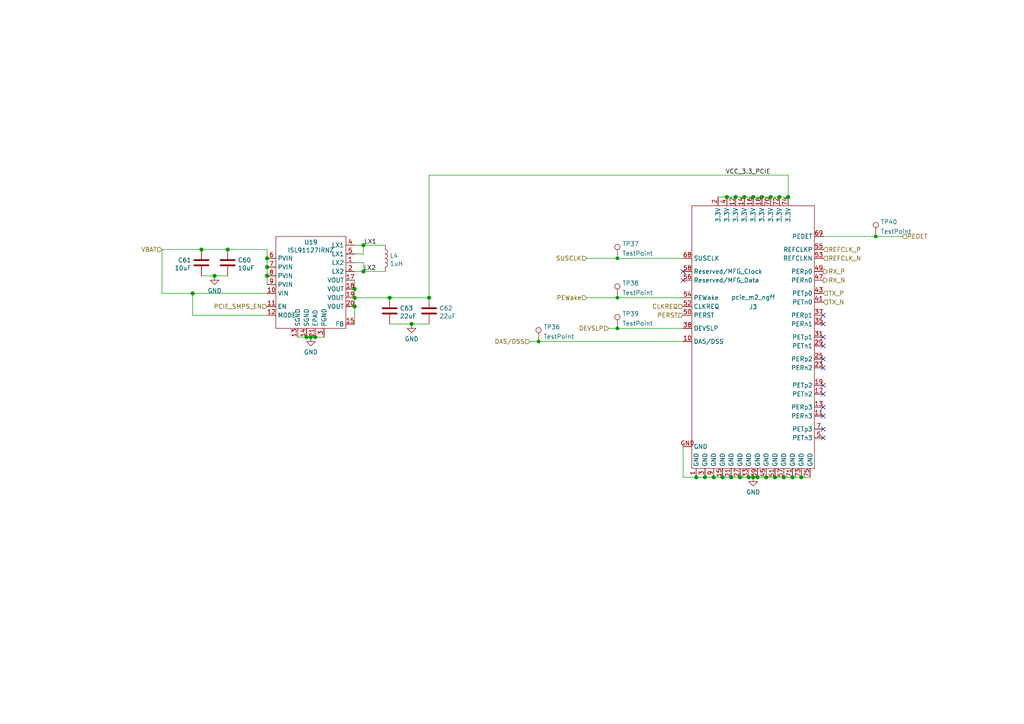
<source format=kicad_sch>
(kicad_sch (version 20211123) (generator eeschema)
  (paper "A4")
  (lib_symbols
    (symbol "Connector:TestPoint" (pin_numbers hide) (pin_names (offset 0.762) hide)
      (property "Reference" "TP" (at 0 6.858 0))
      (property "Value" "TestPoint" (at 0 5.08 0))
      (symbol "TestPoint_0_1"
        (circle (center 0 3.302) (radius 0.762))
      )
      (symbol "TestPoint_1_1"
        (pin passive line (at 0 0 90) (length 2.54) (name "1") (number "1"))
      )
    )
    (symbol "Device:C" (pin_numbers hide) (pin_names (offset 0.254))
      (property "Reference" "C" (at 0.635 2.54 0))
      (property "Value" "C" (at 0.635 -2.54 0))
      (symbol "C_0_1"
        (polyline (pts (xy -2.032 -0.762) (xy 2.032 -0.762)) (stroke (width 0.508)))
        (polyline (pts (xy -2.032 0.762) (xy 2.032 0.762)) (stroke (width 0.508)))
      )
      (symbol "C_1_1"
        (pin passive line (at 0 3.81 270) (length 2.794) (name "~") (number "1"))
        (pin passive line (at 0 -3.81 90) (length 2.794) (name "~") (number "2"))
      )
    )
    (symbol "Device:L" (pin_numbers hide) (pin_names (offset 1.016) hide)
      (property "Reference" "L" (at -1.27 0 90))
      (property "Value" "L" (at 1.905 0 90))
      (symbol "L_0_1"
        (arc (start 0 -2.54) (mid 0.635 -1.905) (end 0 -1.27))
        (arc (start 0 -1.27) (mid 0.635 -0.635) (end 0 0))
        (arc (start 0 0) (mid 0.635 0.635) (end 0 1.27))
        (arc (start 0 1.27) (mid 0.635 1.905) (end 0 2.54))
      )
      (symbol "L_1_1"
        (pin passive line (at 0 3.81 270) (length 1.27) (name "1") (number "1"))
        (pin passive line (at 0 -3.81 90) (length 1.27) (name "2") (number "2"))
      )
    )
    (symbol "ISL91127IRNZ:ISL91127IRNZ"
      (property "Reference" "U" (at 0 12.7 0))
      (property "Value" "ISL91127IRNZ" (at 0 15.24 0))
      (symbol "ISL91127IRNZ_0_0"
        (pin power_in line (at 1.27 -12.7 90) (length 2.54) (name "EPAD") (number "21"))
      )
      (symbol "ISL91127IRNZ_0_1"
        (rectangle (start -10.16 16.51) (end 10.16 -10.16) (stroke (width 0.1524)))
      )
      (symbol "ISL91127IRNZ_1_1"
        (pin bidirectional line (at 12.7 8.89 180) (length 2.54) (name "LX2") (number "1"))
        (pin power_in line (at -12.7 0 0) (length 2.54) (name "VIN") (number "10"))
        (pin input line (at -12.7 -3.81 0) (length 2.54) (name "EN") (number "11"))
        (pin input line (at -12.7 -6.35 0) (length 2.54) (name "MODE") (number "12"))
        (pin power_in line (at -3.81 -12.7 90) (length 2.54) (name "SGND") (number "13"))
        (pin power_in line (at -1.27 -12.7 90) (length 2.54) (name "SGND") (number "14"))
        (pin input line (at 12.7 -8.89 180) (length 2.54) (name "FB") (number "15"))
        (pin power_out line (at 12.7 3.81 180) (length 2.54) (name "VOUT") (number "17"))
        (pin power_out line (at 12.7 1.27 180) (length 2.54) (name "VOUT") (number "18"))
        (pin power_out line (at 12.7 -1.27 180) (length 2.54) (name "VOUT") (number "19"))
        (pin bidirectional line (at 12.7 6.35 180) (length 2.54) (name "LX2") (number "2"))
        (pin power_out line (at 12.7 -3.81 180) (length 2.54) (name "VOUT") (number "20"))
        (pin power_in line (at 3.81 -12.7 90) (length 2.54) (name "PGND") (number "3"))
        (pin bidirectional line (at 12.7 13.97 180) (length 2.54) (name "LX1") (number "4"))
        (pin bidirectional line (at 12.7 11.43 180) (length 2.54) (name "LX1") (number "5"))
        (pin power_in line (at -12.7 10.16 0) (length 2.54) (name "PVIN") (number "6"))
        (pin power_in line (at -12.7 7.62 0) (length 2.54) (name "PVIN") (number "7"))
        (pin power_in line (at -12.7 5.08 0) (length 2.54) (name "PVIN") (number "8"))
        (pin power_in line (at -12.7 2.54 0) (length 2.54) (name "PVIN") (number "9"))
      )
    )
    (symbol "pcie_m2_ngff:pcie_m2_ngff"
      (property "Reference" "J" (at 0 -1.27 0))
      (property "Value" "pcie_m2_ngff" (at 0 2.54 0))
      (symbol "pcie_m2_ngff_0_0"
        (pin no_connect line (at 1.27 6.35 0) (length 2.54) hide (name "NC") (number "20"))
        (pin no_connect line (at 1.27 3.81 0) (length 2.54) hide (name "NC") (number "22"))
        (pin no_connect line (at 1.27 1.27 0) (length 2.54) hide (name "NC") (number "24"))
        (pin no_connect line (at 1.27 -1.27 0) (length 2.54) hide (name "NC") (number "26"))
        (pin no_connect line (at 1.27 -3.81 0) (length 2.54) hide (name "NC") (number "28"))
        (pin no_connect line (at 1.27 -6.35 0) (length 2.54) hide (name "NC") (number "30"))
        (pin no_connect line (at 1.27 -8.89 0) (length 2.54) hide (name "NC") (number "32"))
        (pin no_connect line (at 1.27 -11.43 0) (length 2.54) hide (name "NC") (number "34"))
        (pin no_connect line (at 1.27 -13.97 0) (length 2.54) hide (name "NC") (number "36"))
        (pin no_connect line (at 1.27 -17.78 0) (length 2.54) hide (name "NC") (number "40"))
        (pin no_connect line (at 1.27 -20.32 0) (length 2.54) hide (name "NC") (number "42"))
        (pin no_connect line (at 1.27 -22.86 0) (length 2.54) hide (name "NC") (number "44"))
        (pin no_connect line (at 1.27 -25.4 0) (length 2.54) hide (name "NC") (number "46"))
        (pin no_connect line (at 1.27 -27.94 0) (length 2.54) hide (name "NC") (number "48"))
        (pin no_connect line (at 1.27 12.7 0) (length 2.54) hide (name "NC") (number "6"))
        (pin no_connect line (at 1.27 -31.75 0) (length 2.54) hide (name "NC") (number "67"))
        (pin no_connect line (at 1.27 10.16 0) (length 2.54) hide (name "NC") (number "8"))
        (pin power_in line (at -20.32 -40.64 0) (length 2.54) (name "GND") (number "GND"))
      )
      (symbol "pcie_m2_ngff_0_1"
        (rectangle (start -17.78 29.21) (end 17.78 -46.99) (stroke (width 0.1524)))
      )
      (symbol "pcie_m2_ngff_1_1"
        (pin power_in line (at -16.51 -49.53 90) (length 2.54) (name "GND") (number "1"))
        (pin output line (at -20.32 -10.16 0) (length 2.54) (name "DAS/DSS") (number "10"))
        (pin output line (at 20.32 -31.75 180) (length 2.54) (name "PERn3") (number "11"))
        (pin power_in line (at -5.08 31.75 270) (length 2.54) (name "3.3V") (number "12"))
        (pin output line (at 20.32 -29.21 180) (length 2.54) (name "PERp3") (number "13"))
        (pin power_in line (at -2.54 31.75 270) (length 2.54) (name "3.3V") (number "14"))
        (pin power_in line (at -8.89 -49.53 90) (length 2.54) (name "GND") (number "15"))
        (pin power_in line (at 0 31.75 270) (length 2.54) (name "3.3V") (number "16"))
        (pin input line (at 20.32 -25.4 180) (length 2.54) (name "PETn2") (number "17"))
        (pin power_in line (at 2.54 31.75 270) (length 2.54) (name "3.3V") (number "18"))
        (pin input line (at 20.32 -22.86 180) (length 2.54) (name "PETp2") (number "19"))
        (pin power_in line (at -10.16 31.75 270) (length 2.54) (name "3.3V") (number "2"))
        (pin power_in line (at -6.35 -49.53 90) (length 2.54) (name "GND") (number "21"))
        (pin output line (at 20.32 -17.78 180) (length 2.54) (name "PERn2") (number "23"))
        (pin output line (at 20.32 -15.24 180) (length 2.54) (name "PERp2") (number "25"))
        (pin power_in line (at -3.81 -49.53 90) (length 2.54) (name "GND") (number "27"))
        (pin input line (at 20.32 -11.43 180) (length 2.54) (name "PETn1") (number "29"))
        (pin power_in line (at -13.97 -49.53 90) (length 2.54) (name "GND") (number "3"))
        (pin input line (at 20.32 -8.89 180) (length 2.54) (name "PETp1") (number "31"))
        (pin power_in line (at -1.27 -49.53 90) (length 2.54) (name "GND") (number "33"))
        (pin output line (at 20.32 -5.08 180) (length 2.54) (name "PERn1") (number "35"))
        (pin output line (at 20.32 -2.54 180) (length 2.54) (name "PERp1") (number "37"))
        (pin input line (at -20.32 -6.35 0) (length 2.54) (name "DEVSLP") (number "38"))
        (pin power_in line (at 1.27 -49.53 90) (length 2.54) (name "GND") (number "39"))
        (pin power_in line (at -7.62 31.75 270) (length 2.54) (name "3.3V") (number "4"))
        (pin input line (at 20.32 1.27 180) (length 2.54) (name "PETn0") (number "41"))
        (pin input line (at 20.32 3.81 180) (length 2.54) (name "PETp0") (number "43"))
        (pin power_in line (at 3.81 -49.53 90) (length 2.54) (name "GND") (number "45"))
        (pin output line (at 20.32 7.62 180) (length 2.54) (name "PERn0") (number "47"))
        (pin output line (at 20.32 10.16 180) (length 2.54) (name "PERp0") (number "49"))
        (pin input line (at 20.32 -38.1 180) (length 2.54) (name "PETn3") (number "5"))
        (pin input line (at -20.32 -2.54 0) (length 2.54) (name "PERST") (number "50"))
        (pin power_in line (at 6.35 -49.53 90) (length 2.54) (name "GND") (number "51"))
        (pin bidirectional line (at -20.32 0 0) (length 2.54) (name "CLKREQ") (number "52"))
        (pin input line (at 20.32 13.97 180) (length 2.54) (name "REFCLKN") (number "53"))
        (pin bidirectional line (at -20.32 2.54 0) (length 2.54) (name "PEWake") (number "54"))
        (pin input line (at 20.32 16.51 180) (length 2.54) (name "REFCLKP") (number "55"))
        (pin input line (at -20.32 7.62 0) (length 2.54) (name "Reserved/MFG_Data") (number "56"))
        (pin power_in line (at 8.89 -49.53 90) (length 2.54) (name "GND") (number "57"))
        (pin input line (at -20.32 10.16 0) (length 2.54) (name "Reserved/MFG_Clock") (number "58"))
        (pin input line (at -20.32 13.97 0) (length 2.54) (name "SUSCLK") (number "68"))
        (pin power_in line (at 20.32 20.32 180) (length 2.54) (name "PEDET") (number "69"))
        (pin input line (at 20.32 -35.56 180) (length 2.54) (name "PETp3") (number "7"))
        (pin power_in line (at 5.08 31.75 270) (length 2.54) (name "3.3V") (number "70"))
        (pin power_in line (at 11.43 -49.53 90) (length 2.54) (name "GND") (number "71"))
        (pin power_in line (at 7.62 31.75 270) (length 2.54) (name "3.3V") (number "72"))
        (pin power_in line (at 13.97 -49.53 90) (length 2.54) (name "GND") (number "73"))
        (pin power_in line (at 10.16 31.75 270) (length 2.54) (name "3.3V") (number "74"))
        (pin power_in line (at 16.51 -49.53 90) (length 2.54) (name "GND") (number "75"))
        (pin power_in line (at -11.43 -49.53 90) (length 2.54) (name "GND") (number "9"))
      )
    )
    (symbol "power:GND" (power) (pin_names (offset 0))
      (property "Value" "GND" (at 0 -3.81 0))
      (symbol "GND_0_1"
        (polyline (pts (xy 0 0) (xy 0 -1.27) (xy 1.27 -1.27) (xy 0 -2.54) (xy -1.27 -1.27) (xy 0 -1.27)))
      )
      (symbol "GND_1_1"
        (pin power_in line (at 0 0 270) (length 0) hide (name "GND") (number "1"))
      )
    )
  )
  (junction (at 220.98 57.15) (diameter 1.016))
  (junction (at 77.47 77.47) (diameter 1.016))
  (junction (at 204.47 138.43) (diameter 1.016))
  (junction (at 224.79 138.43) (diameter 1.016))
  (junction (at 218.44 57.15) (diameter 1.016))
  (junction (at 213.36 57.15) (diameter 1.016))
  (junction (at 210.82 57.15) (diameter 1.016))
  (junction (at 62.23 80.01) (diameter 1.016))
  (junction (at 207.01 138.43) (diameter 1.016))
  (junction (at 58.42 72.39) (diameter 1.016))
  (junction (at 91.44 97.79) (diameter 1.016))
  (junction (at 254 68.58))
  (junction (at 119.38 93.98) (diameter 1.016))
  (junction (at 229.87 138.43) (diameter 1.016))
  (junction (at 228.6 57.15) (diameter 1.016))
  (junction (at 201.93 138.43) (diameter 1.016))
  (junction (at 102.87 88.9) (diameter 1.016))
  (junction (at 232.41 138.43) (diameter 1.016))
  (junction (at 66.04 72.39) (diameter 1.016))
  (junction (at 105.41 71.12) (diameter 1.016))
  (junction (at 227.33 138.43) (diameter 1.016))
  (junction (at 217.17 138.43) (diameter 1.016))
  (junction (at 102.87 86.36) (diameter 1.016))
  (junction (at 102.87 83.82) (diameter 1.016))
  (junction (at 124.46 86.36) (diameter 1.016))
  (junction (at 77.47 80.01) (diameter 1.016))
  (junction (at 219.71 138.43) (diameter 1.016))
  (junction (at 223.52 57.15) (diameter 1.016))
  (junction (at 226.06 57.15) (diameter 1.016))
  (junction (at 113.03 86.36) (diameter 1.016))
  (junction (at 105.41 78.74) (diameter 1.016))
  (junction (at 156.21 99.06))
  (junction (at 179.07 86.36))
  (junction (at 88.9 97.79) (diameter 1.016))
  (junction (at 218.44 138.43) (diameter 1.016))
  (junction (at 179.07 74.93))
  (junction (at 214.63 138.43) (diameter 1.016))
  (junction (at 222.25 138.43) (diameter 1.016))
  (junction (at 212.09 138.43) (diameter 1.016))
  (junction (at 215.9 57.15) (diameter 1.016))
  (junction (at 55.88 85.09) (diameter 1.016))
  (junction (at 179.07 95.25))
  (junction (at 90.17 97.79) (diameter 1.016))
  (junction (at 77.47 74.93) (diameter 1.016))
  (junction (at 209.55 138.43) (diameter 1.016))
  (no_connect (at 238.76 91.44))
  (no_connect (at 238.76 93.98))
  (no_connect (at 238.76 97.79))
  (no_connect (at 238.76 100.33))
  (no_connect (at 238.76 104.14))
  (no_connect (at 238.76 106.68))
  (no_connect (at 238.76 111.76))
  (no_connect (at 238.76 114.3))
  (no_connect (at 238.76 118.11))
  (no_connect (at 238.76 120.65))
  (no_connect (at 238.76 124.46))
  (no_connect (at 238.76 127))
  (no_connect (at 198.12 78.74))
  (no_connect (at 198.12 81.28))
  (wire (pts (xy 170.18 86.36) (xy 179.07 86.36)))
  (wire (pts (xy 102.87 71.12) (xy 105.41 71.12)))
  (wire (pts (xy 105.41 71.12) (xy 111.76 71.12)))
  (wire (pts (xy 198.12 138.43) (xy 198.12 129.54)))
  (wire (pts (xy 201.93 138.43) (xy 198.12 138.43)))
  (wire (pts (xy 46.99 72.39) (xy 58.42 72.39)))
  (wire (pts (xy 66.04 72.39) (xy 77.47 72.39)))
  (wire (pts (xy 77.47 74.93) (xy 77.47 72.39)))
  (wire (pts (xy 46.99 72.39) (xy 46.99 85.09)))
  (wire (pts (xy 179.07 74.93) (xy 198.12 74.93)))
  (wire (pts (xy 113.03 93.98) (xy 119.38 93.98)))
  (wire (pts (xy 119.38 93.98) (xy 124.46 93.98)))
  (wire (pts (xy 102.87 86.36) (xy 113.03 86.36)))
  (wire (pts (xy 77.47 74.93) (xy 77.47 77.47)))
  (wire (pts (xy 77.47 77.47) (xy 77.47 80.01)))
  (wire (pts (xy 77.47 80.01) (xy 77.47 82.55)))
  (wire (pts (xy 218.44 57.15) (xy 220.98 57.15)))
  (wire (pts (xy 220.98 57.15) (xy 223.52 57.15)))
  (wire (pts (xy 223.52 57.15) (xy 226.06 57.15)))
  (wire (pts (xy 226.06 57.15) (xy 228.6 57.15)))
  (wire (pts (xy 179.07 86.36) (xy 198.12 86.36)))
  (wire (pts (xy 124.46 86.36) (xy 124.46 50.8)))
  (wire (pts (xy 227.33 138.43) (xy 229.87 138.43)))
  (wire (pts (xy 229.87 138.43) (xy 232.41 138.43)))
  (wire (pts (xy 232.41 138.43) (xy 234.95 138.43)))
  (wire (pts (xy 102.87 76.2) (xy 105.41 76.2)))
  (wire (pts (xy 105.41 76.2) (xy 105.41 78.74)))
  (wire (pts (xy 153.67 99.06) (xy 156.21 99.06)))
  (wire (pts (xy 176.53 95.25) (xy 179.07 95.25)))
  (wire (pts (xy 86.36 97.79) (xy 88.9 97.79)))
  (wire (pts (xy 88.9 97.79) (xy 90.17 97.79)))
  (wire (pts (xy 90.17 97.79) (xy 91.44 97.79)))
  (wire (pts (xy 91.44 97.79) (xy 93.98 97.79)))
  (wire (pts (xy 102.87 78.74) (xy 105.41 78.74)))
  (wire (pts (xy 105.41 78.74) (xy 111.76 78.74)))
  (wire (pts (xy 58.42 80.01) (xy 62.23 80.01)))
  (wire (pts (xy 62.23 80.01) (xy 66.04 80.01)))
  (wire (pts (xy 261.62 68.58) (xy 254 68.58)))
  (wire (pts (xy 55.88 85.09) (xy 55.88 91.44)))
  (wire (pts (xy 55.88 91.44) (xy 77.47 91.44)))
  (wire (pts (xy 102.87 81.28) (xy 102.87 83.82)))
  (wire (pts (xy 102.87 83.82) (xy 102.87 86.36)))
  (wire (pts (xy 102.87 86.36) (xy 102.87 88.9)))
  (wire (pts (xy 208.28 57.15) (xy 210.82 57.15)))
  (wire (pts (xy 210.82 57.15) (xy 213.36 57.15)))
  (wire (pts (xy 213.36 57.15) (xy 215.9 57.15)))
  (wire (pts (xy 215.9 57.15) (xy 218.44 57.15)))
  (wire (pts (xy 102.87 73.66) (xy 105.41 73.66)))
  (wire (pts (xy 105.41 73.66) (xy 105.41 71.12)))
  (wire (pts (xy 170.18 74.93) (xy 179.07 74.93)))
  (wire (pts (xy 209.55 138.43) (xy 212.09 138.43)))
  (wire (pts (xy 212.09 138.43) (xy 214.63 138.43)))
  (wire (pts (xy 214.63 138.43) (xy 217.17 138.43)))
  (wire (pts (xy 217.17 138.43) (xy 218.44 138.43)))
  (wire (pts (xy 218.44 138.43) (xy 219.71 138.43)))
  (wire (pts (xy 219.71 138.43) (xy 222.25 138.43)))
  (wire (pts (xy 222.25 138.43) (xy 224.79 138.43)))
  (wire (pts (xy 224.79 138.43) (xy 227.33 138.43)))
  (wire (pts (xy 102.87 88.9) (xy 102.87 93.98)))
  (wire (pts (xy 46.99 85.09) (xy 55.88 85.09)))
  (wire (pts (xy 55.88 85.09) (xy 77.47 85.09)))
  (wire (pts (xy 254 68.58) (xy 238.76 68.58)))
  (wire (pts (xy 113.03 86.36) (xy 124.46 86.36)))
  (wire (pts (xy 179.07 95.25) (xy 198.12 95.25)))
  (wire (pts (xy 156.21 99.06) (xy 198.12 99.06)))
  (wire (pts (xy 58.42 72.39) (xy 66.04 72.39)))
  (wire (pts (xy 124.46 50.8) (xy 228.6 50.8)))
  (wire (pts (xy 228.6 50.8) (xy 228.6 57.15)))
  (wire (pts (xy 201.93 138.43) (xy 204.47 138.43)))
  (wire (pts (xy 204.47 138.43) (xy 207.01 138.43)))
  (wire (pts (xy 207.01 138.43) (xy 209.55 138.43)))
  (label "VCC_3.3_PCIE" (at 223.52 50.8 180))
  (label "LX2" (at 105.41 78.74 0))
  (label "LX1" (at 109.22 71.12 180))
  (hierarchical_label "TX_N" (shape input) (at 238.76 87.63 0))
  (hierarchical_label "REFCLK_N" (shape input) (at 238.76 74.93 0))
  (hierarchical_label "RX_N" (shape output) (at 238.76 81.28 0))
  (hierarchical_label "CLKREQ" (shape input) (at 198.12 88.9 180))
  (hierarchical_label "RX_P" (shape output) (at 238.76 78.74 0))
  (hierarchical_label "VBAT" (shape input) (at 46.99 72.39 180))
  (hierarchical_label "PCIE_SMPS_EN" (shape input) (at 77.47 88.9 180))
  (hierarchical_label "PERST" (shape input) (at 198.12 91.44 180))
  (hierarchical_label "DEVSLP" (shape input) (at 176.53 95.25 180))
  (hierarchical_label "TX_P" (shape input) (at 238.76 85.09 0))
  (hierarchical_label "PEWake" (shape input) (at 170.18 86.36 180))
  (hierarchical_label "DAS{slash}DSS" (shape input) (at 153.67 99.06 180))
  (hierarchical_label "SUSCLK" (shape input) (at 170.18 74.93 180))
  (hierarchical_label "REFCLK_P" (shape input) (at 238.76 72.39 0))
  (hierarchical_label "PEDET" (shape input) (at 261.62 68.58 0))
  (symbol (lib_id "ISL91127IRNZ:ISL91127IRNZ") (at 90.17 85.09 0) (unit 1)
    (property "Reference" "U19" (at 90.17 70.2776 0))
    (property "Value" "ISL91127IRNZ" (at 90.17 72.5763 0))
    (property "Footprint" "Package_DFN_QFN:QFN-20-1EP_4x4mm_P0.5mm_EP2.7x2.7mm" (effects hide))
    (property "Datasheet" "${KIPRJMOD}/datasheets/REN_isl91127ir_DST_20160301.pdf" (effects hide))
  )
  (symbol (lib_id "power:GND") (at 218.44 138.43 0) (unit 1)
    (property "Reference" "#PWR0141" (effects hide))
    (property "Value" "GND" (at 218.44 142.7544 0))
  )
  (symbol (lib_id "power:GND") (at 90.17 97.79 0) (unit 1)
    (property "Reference" "#PWR043" (effects hide))
    (property "Value" "GND" (at 90.17 102.1144 0))
  )
  (symbol (lib_id "Device:L") (at 111.76 74.93 0) (unit 1)
    (property "Reference" "L4" (at 113.0301 74.1691 0) (effects (justify left)))
    (property "Value" "1uH" (at 113.0301 76.4678 0) (effects (justify left)))
    (property "Footprint" "Inductor_SMD:L_1008_2520Metric" (effects hide))
  )
  (symbol (lib_id "Connector:TestPoint") (at 254 68.58 0) (unit 1)
    (property "Reference" "TP40" (at 255.397 64.3695 0) (effects (justify left)))
    (property "Value" "TestPoint" (at 255.397 67.1446 0) (effects (justify left)))
    (property "Footprint" "footprints:testpoint_small" (effects hide))
  )
  (symbol (lib_id "Device:C") (at 58.42 76.2 0) (mirror x) (unit 1)
    (property "Reference" "C61" (at 55.499 75.4391 0) (effects (justify right)))
    (property "Value" "10uF" (at 55.499 77.7378 0) (effects (justify right)))
    (property "Footprint" "Capacitor_SMD:C_0402_1005Metric" (effects hide))
  )
  (symbol (lib_id "power:GND") (at 119.38 93.98 0) (unit 1)
    (property "Reference" "#PWR044" (effects hide))
    (property "Value" "GND" (at 119.38 98.3044 0))
  )
  (symbol (lib_id "Connector:TestPoint") (at 156.21 99.06 0) (unit 1)
    (property "Reference" "TP36" (at 157.607 94.8495 0) (effects (justify left)))
    (property "Value" "TestPoint" (at 157.607 97.6246 0) (effects (justify left)))
    (property "Footprint" "footprints:testpoint_small" (effects hide))
  )
  (symbol (lib_id "Connector:TestPoint") (at 179.07 95.25 0) (unit 1)
    (property "Reference" "TP39" (at 180.467 91.0395 0) (effects (justify left)))
    (property "Value" "TestPoint" (at 180.467 93.8146 0) (effects (justify left)))
    (property "Footprint" "footprints:testpoint_small" (effects hide))
  )
  (symbol (lib_id "Connector:TestPoint") (at 179.07 74.93 0) (unit 1)
    (property "Reference" "TP37" (at 180.467 70.7195 0) (effects (justify left)))
    (property "Value" "TestPoint" (at 180.467 73.4946 0) (effects (justify left)))
    (property "Footprint" "footprints:testpoint_small" (effects hide))
  )
  (symbol (lib_id "Connector:TestPoint") (at 179.07 86.36 0) (unit 1)
    (property "Reference" "TP38" (at 180.467 82.1495 0) (effects (justify left)))
    (property "Value" "TestPoint" (at 180.467 84.9246 0) (effects (justify left)))
    (property "Footprint" "footprints:testpoint_small" (effects hide))
  )
  (symbol (lib_id "pcie_m2_ngff:pcie_m2_ngff") (at 218.44 88.9 0) (unit 1)
    (property "Reference" "J3" (at 218.44 89.0228 0))
    (property "Value" "pcie_m2_ngff" (at 218.44 86.2415 0))
    (property "Footprint" "footprints:246411067101894M_and_SM3ZS067U215-NUT1" (effects hide))
  )
  (symbol (lib_id "power:GND") (at 62.23 80.01 0) (unit 1)
    (property "Reference" "#PWR042" (effects hide))
    (property "Value" "GND" (at 62.23 84.3344 0))
  )
  (symbol (lib_id "Device:C") (at 124.46 90.17 0) (unit 1)
    (property "Reference" "C62" (at 127.3811 89.4091 0) (effects (justify left)))
    (property "Value" "22uF" (at 127.3811 91.7078 0) (effects (justify left)))
    (property "Footprint" "Capacitor_SMD:C_0805_2012Metric" (effects hide))
  )
  (symbol (lib_id "Device:C") (at 113.03 90.17 0) (unit 1)
    (property "Reference" "C63" (at 115.9511 89.4091 0) (effects (justify left)))
    (property "Value" "22uF" (at 115.9511 91.7078 0) (effects (justify left)))
    (property "Footprint" "Capacitor_SMD:C_0805_2012Metric" (effects hide))
  )
  (symbol (lib_id "Device:C") (at 66.04 76.2 0) (unit 1)
    (property "Reference" "C60" (at 68.9611 75.4391 0) (effects (justify left)))
    (property "Value" "10uF" (at 68.9611 77.7378 0) (effects (justify left)))
    (property "Footprint" "Capacitor_SMD:C_0402_1005Metric" (effects hide))
  )
)
</source>
